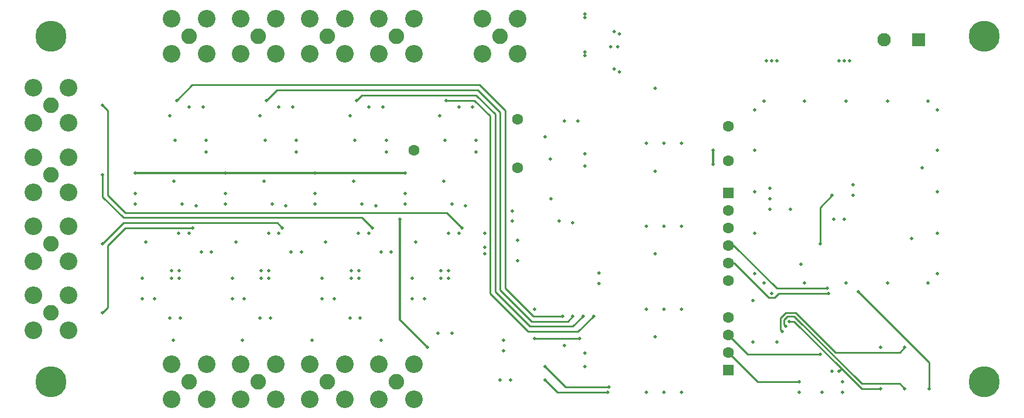
<source format=gbl>
G04*
G04 #@! TF.GenerationSoftware,Altium Limited,Altium Designer,20.1.14 (287)*
G04*
G04 Layer_Physical_Order=6*
G04 Layer_Color=11436288*
%FSLAX43Y43*%
%MOMM*%
G71*
G04*
G04 #@! TF.SameCoordinates,785F46E0-C1C1-4AA7-83CD-D68E938E2BB6*
G04*
G04*
G04 #@! TF.FilePolarity,Positive*
G04*
G01*
G75*
%ADD13C,0.250*%
%ADD85C,0.300*%
%ADD90C,1.600*%
%ADD91C,4.500*%
%ADD92C,2.250*%
%ADD93C,2.550*%
%ADD94R,1.950X1.950*%
%ADD95C,1.950*%
%ADD96R,1.600X1.600*%
%ADD97C,0.500*%
D13*
X75000Y11250D02*
X81500D01*
X110000Y18500D02*
X117250D01*
X103000Y24730D02*
X103770D01*
X110000Y18500D01*
X103000Y22190D02*
X103810D01*
X108825Y17175D02*
X109675D01*
X103810Y22190D02*
X108825Y17175D01*
X109675D02*
X110250Y17750D01*
X117500D01*
X132000Y4000D02*
Y7750D01*
X121750Y18000D02*
X132000Y7750D01*
X127750Y9250D02*
X127750D01*
X118500D02*
X127750D01*
Y4750D02*
X127750D01*
X122250D02*
X127750D01*
Y9250D02*
X128500Y10000D01*
X127750Y4750D02*
X128500Y4000D01*
X112500Y14500D02*
X122250Y4750D01*
X119500Y6750D02*
X119750Y6500D01*
X119250Y7000D02*
X119500Y6750D01*
X119500Y6750D02*
X119500Y6750D01*
X119250Y6750D02*
X119500D01*
X119250D02*
Y7000D01*
X119000Y6500D02*
X119250Y6750D01*
X119750Y6500D02*
X122250Y4000D01*
X119750Y6500D02*
X119750Y6500D01*
X112500Y13750D02*
X119250Y7000D01*
Y7000D02*
Y7000D01*
X111750Y13750D02*
X112500D01*
X122250Y4000D02*
X125000D01*
X112750Y15000D02*
X118500Y9250D01*
X111250Y15000D02*
X112750D01*
X110500Y14250D02*
X111250Y15000D01*
X110500Y12500D02*
Y14250D01*
Y12500D02*
X110750Y12250D01*
X111500Y14500D02*
X112500D01*
X111000Y14000D02*
X111500Y14500D01*
X111000Y13250D02*
Y14000D01*
Y13250D02*
X111250Y13000D01*
X116250Y30250D02*
X118000Y32000D01*
X116250Y25000D02*
Y30250D01*
X103000Y11770D02*
X105770Y9000D01*
X116250D01*
X103000Y9230D02*
X107230Y5000D01*
X113250D01*
X15750Y29500D02*
X62250D01*
X76500Y5225D02*
X78225Y3500D01*
X85500D01*
X76500Y7175D02*
X79425Y4250D01*
X85750D01*
X74750Y14500D02*
X79000D01*
X70750Y18500D02*
Y44250D01*
Y18500D02*
X74750Y14500D01*
X70000Y18250D02*
Y44000D01*
X74500Y13750D02*
X79750D01*
X70000Y18250D02*
X74500Y13750D01*
X69250Y18000D02*
Y43750D01*
Y18000D02*
X74250Y13000D01*
X80500D01*
X74000Y12250D02*
X81250D01*
X68500Y17750D02*
Y43500D01*
Y17750D02*
X74000Y12250D01*
X12500Y45000D02*
X13250Y44250D01*
Y32000D02*
X15750Y29500D01*
X13250Y32000D02*
Y44250D01*
X12500Y15000D02*
X13250Y15750D01*
Y24750D02*
X15750Y27250D01*
X13250Y15750D02*
Y24750D01*
X15750Y27250D02*
X25500D01*
X15500Y28750D02*
X50000D01*
X51500Y27250D01*
X12500Y31750D02*
X15500Y28750D01*
X62250Y29500D02*
X64500Y27250D01*
X12500Y31750D02*
Y35000D01*
Y25000D02*
X15500Y28000D01*
X37750D01*
X38500Y27250D01*
X25454Y48000D02*
X67000D01*
X70750Y44250D01*
X37694Y47250D02*
X66750D01*
X70000Y44000D01*
X66500Y46500D02*
X69250Y43750D01*
X49954Y46500D02*
X66500D01*
X23200Y45746D02*
X25454Y48000D01*
X36200Y45756D02*
X37694Y47250D01*
X49200Y45746D02*
X49954Y46500D01*
X79750Y13750D02*
X80500Y14500D01*
Y13000D02*
X82000Y14500D01*
X81250Y12250D02*
X83500Y14500D01*
X66263Y45737D02*
X68500Y43500D01*
X62200Y45737D02*
X66263D01*
D85*
X100750Y36500D02*
Y38500D01*
X55500Y14000D02*
Y28500D01*
Y14000D02*
X59500Y10000D01*
X43250Y35250D02*
X56250D01*
X30250D02*
X43250D01*
X17250D02*
X30250D01*
D90*
X57500Y38500D02*
D03*
X103000Y42000D02*
D03*
Y37000D02*
D03*
X72500Y43000D02*
D03*
Y36000D02*
D03*
X103000Y14310D02*
D03*
Y11770D02*
D03*
Y9230D02*
D03*
X103000Y24730D02*
D03*
Y29810D02*
D03*
Y27270D02*
D03*
Y22190D02*
D03*
Y19650D02*
D03*
D91*
X140000Y55000D02*
D03*
Y5000D02*
D03*
X5000D02*
D03*
Y55000D02*
D03*
D92*
X55000Y5000D02*
D03*
X45000D02*
D03*
X35000D02*
D03*
X25000D02*
D03*
X55000Y55000D02*
D03*
X45000D02*
D03*
X35000D02*
D03*
X25000D02*
D03*
X5000Y45000D02*
D03*
Y35000D02*
D03*
Y25000D02*
D03*
Y15000D02*
D03*
X70000Y55000D02*
D03*
D93*
X52460Y2460D02*
D03*
X57540D02*
D03*
Y7540D02*
D03*
X52460D02*
D03*
X42460Y2460D02*
D03*
X47540D02*
D03*
Y7540D02*
D03*
X42460D02*
D03*
X32460Y2460D02*
D03*
X37540D02*
D03*
Y7540D02*
D03*
X32460D02*
D03*
X22460Y2460D02*
D03*
X27540D02*
D03*
Y7540D02*
D03*
X22460D02*
D03*
X57540Y52460D02*
D03*
X52460D02*
D03*
Y57540D02*
D03*
X57540D02*
D03*
X47540Y52460D02*
D03*
X42460D02*
D03*
Y57540D02*
D03*
X47540D02*
D03*
X37540Y52460D02*
D03*
X32460D02*
D03*
Y57540D02*
D03*
X37540D02*
D03*
X27540Y52460D02*
D03*
X22460D02*
D03*
Y57540D02*
D03*
X27540D02*
D03*
X7540Y47540D02*
D03*
Y42460D02*
D03*
X2460D02*
D03*
Y47540D02*
D03*
X7540Y37540D02*
D03*
Y32460D02*
D03*
X2460D02*
D03*
Y37540D02*
D03*
X7540Y27540D02*
D03*
Y22460D02*
D03*
X2460D02*
D03*
Y27540D02*
D03*
X7540Y17540D02*
D03*
Y12460D02*
D03*
X2460D02*
D03*
Y17540D02*
D03*
X72540Y57540D02*
D03*
X67460D02*
D03*
Y52460D02*
D03*
X72540D02*
D03*
D94*
X130500Y54500D02*
D03*
D95*
X125500D02*
D03*
D96*
X103000Y6690D02*
D03*
X103000Y32350D02*
D03*
D97*
X76500Y40500D02*
D03*
X62550Y19950D02*
D03*
X61450D02*
D03*
X62550Y21050D02*
D03*
X61450D02*
D03*
X49550Y19950D02*
D03*
X48450D02*
D03*
X49550Y21050D02*
D03*
X48450D02*
D03*
X36550Y19950D02*
D03*
X35450D02*
D03*
X36550Y21050D02*
D03*
X35450D02*
D03*
X22450D02*
D03*
X23550D02*
D03*
X22450Y19950D02*
D03*
X23550D02*
D03*
X109250Y17750D02*
D03*
X118000Y6500D02*
D03*
X86500Y50250D02*
D03*
Y55750D02*
D03*
X100750Y38500D02*
D03*
Y36500D02*
D03*
X85750Y4250D02*
D03*
X85500Y3500D02*
D03*
X92365Y11500D02*
D03*
Y23500D02*
D03*
Y35500D02*
D03*
X96175Y3500D02*
D03*
Y15500D02*
D03*
Y27500D02*
D03*
Y39500D02*
D03*
X92365Y47500D02*
D03*
X93635Y3500D02*
D03*
X91095D02*
D03*
Y15500D02*
D03*
X93635D02*
D03*
Y27500D02*
D03*
X91095D02*
D03*
X93635Y39500D02*
D03*
X91095D02*
D03*
X87000Y53500D02*
D03*
X86000D02*
D03*
X87250Y49900D02*
D03*
X120500Y51500D02*
D03*
X119000D02*
D03*
X110000D02*
D03*
X108500D02*
D03*
X87250Y55400D02*
D03*
X82250Y58250D02*
D03*
Y52250D02*
D03*
Y57750D02*
D03*
X119750Y51500D02*
D03*
X109250D02*
D03*
X82250Y52750D02*
D03*
X106830Y20615D02*
D03*
X108115Y19330D02*
D03*
X114000D02*
D03*
X120000D02*
D03*
X126000D02*
D03*
X131885D02*
D03*
X133170Y20615D02*
D03*
Y26500D02*
D03*
Y32500D02*
D03*
Y38500D02*
D03*
Y44385D02*
D03*
X131885Y45670D02*
D03*
X126000D02*
D03*
X120000D02*
D03*
X114000D02*
D03*
X108115D02*
D03*
X106830Y44385D02*
D03*
Y38500D02*
D03*
Y32500D02*
D03*
Y26500D02*
D03*
X24000Y30750D02*
D03*
X37000D02*
D03*
X50000D02*
D03*
X63000D02*
D03*
X78500Y28250D02*
D03*
X80500Y28000D02*
D03*
X77325Y31500D02*
D03*
X121750Y18000D02*
D03*
X117250Y18500D02*
D03*
X119000Y6500D02*
D03*
X110750Y12250D02*
D03*
X111750Y13750D02*
D03*
X111250Y13000D02*
D03*
X113250Y5000D02*
D03*
X116250Y9000D02*
D03*
X55500Y28500D02*
D03*
X125000Y4000D02*
D03*
X82250Y9125D02*
D03*
X76500Y5225D02*
D03*
Y7175D02*
D03*
X81250Y42750D02*
D03*
X79250D02*
D03*
X77250Y37250D02*
D03*
X82250Y36250D02*
D03*
Y38000D02*
D03*
X71750Y28250D02*
D03*
Y29750D02*
D03*
X72500Y22500D02*
D03*
Y25500D02*
D03*
X84250Y20750D02*
D03*
Y19250D02*
D03*
X75000Y15500D02*
D03*
X59500Y10000D02*
D03*
X22750Y11000D02*
D03*
X32750D02*
D03*
X42750D02*
D03*
X52750D02*
D03*
X82250Y7175D02*
D03*
X70000Y5250D02*
D03*
X23750Y14250D02*
D03*
X23500Y26500D02*
D03*
X25000D02*
D03*
X26750Y23750D02*
D03*
X18750Y25250D02*
D03*
X22250Y14250D02*
D03*
X18250Y20000D02*
D03*
X28250Y23750D02*
D03*
X18250Y17000D02*
D03*
X20000D02*
D03*
X12500Y45000D02*
D03*
Y35000D02*
D03*
Y25000D02*
D03*
Y15000D02*
D03*
X64500Y27250D02*
D03*
X51500D02*
D03*
X38500D02*
D03*
X25500D02*
D03*
X67765Y23515D02*
D03*
X79000Y14500D02*
D03*
X80500D02*
D03*
X82000D02*
D03*
X83500D02*
D03*
X62200Y45737D02*
D03*
X49200Y45746D02*
D03*
X36200Y45756D02*
D03*
X23200Y45746D02*
D03*
X67750Y26500D02*
D03*
Y24500D02*
D03*
X63000Y12000D02*
D03*
X110000Y10750D02*
D03*
X106500D02*
D03*
Y16750D02*
D03*
X128500Y4000D02*
D03*
X132000D02*
D03*
X128500Y10000D02*
D03*
X125000D02*
D03*
X116250Y25000D02*
D03*
X117500Y17750D02*
D03*
X70500Y11000D02*
D03*
X75000Y11250D02*
D03*
X71500Y5250D02*
D03*
X79250Y10250D02*
D03*
X70500Y9500D02*
D03*
X81500Y11250D02*
D03*
X119500Y5000D02*
D03*
Y3500D02*
D03*
X116500D02*
D03*
X113250D02*
D03*
X121000Y33500D02*
D03*
X109000Y31500D02*
D03*
X121000Y32000D02*
D03*
X109000Y30000D02*
D03*
X119750Y28500D02*
D03*
X129500Y25750D02*
D03*
X113500Y22000D02*
D03*
X118000Y32000D02*
D03*
X112000Y30000D02*
D03*
X118250Y28500D02*
D03*
X109000Y33000D02*
D03*
X131000Y36000D02*
D03*
X59000Y17000D02*
D03*
X57250D02*
D03*
X33000D02*
D03*
X31250D02*
D03*
X57250Y20000D02*
D03*
X31250D02*
D03*
X52750Y23750D02*
D03*
X41250D02*
D03*
X39750D02*
D03*
X57750Y25250D02*
D03*
X44750D02*
D03*
X43250Y32250D02*
D03*
X17250D02*
D03*
X61825Y34000D02*
D03*
X48825D02*
D03*
X22825D02*
D03*
X43250Y35250D02*
D03*
X17250D02*
D03*
X53500Y38250D02*
D03*
X27500D02*
D03*
X62000Y40000D02*
D03*
X53500D02*
D03*
X49000D02*
D03*
X27500D02*
D03*
X23000D02*
D03*
X61250Y43500D02*
D03*
X35250D02*
D03*
X22250D02*
D03*
X44250Y17000D02*
D03*
X46000D02*
D03*
X44250Y20000D02*
D03*
X54250Y23750D02*
D03*
X31750Y25250D02*
D03*
X56250Y32250D02*
D03*
X30250D02*
D03*
X35825Y34000D02*
D03*
X56250Y35250D02*
D03*
X30250D02*
D03*
X66500Y38250D02*
D03*
X40500D02*
D03*
X66500Y40000D02*
D03*
X40500D02*
D03*
X36000D02*
D03*
X48250Y43500D02*
D03*
X61000Y12000D02*
D03*
X49750Y14250D02*
D03*
X36750D02*
D03*
X35250D02*
D03*
X64000Y26500D02*
D03*
X51000D02*
D03*
X49500D02*
D03*
X36500D02*
D03*
X65000Y30500D02*
D03*
X52000D02*
D03*
X43250Y30750D02*
D03*
X39000Y30500D02*
D03*
X17250Y30750D02*
D03*
X66000Y44750D02*
D03*
X64000D02*
D03*
X53000D02*
D03*
X51000D02*
D03*
X27000D02*
D03*
X25000D02*
D03*
X48250Y14250D02*
D03*
X62500Y26500D02*
D03*
X38000D02*
D03*
X56250Y30750D02*
D03*
X30250D02*
D03*
X26000Y30500D02*
D03*
X40000Y44750D02*
D03*
X38000D02*
D03*
M02*

</source>
